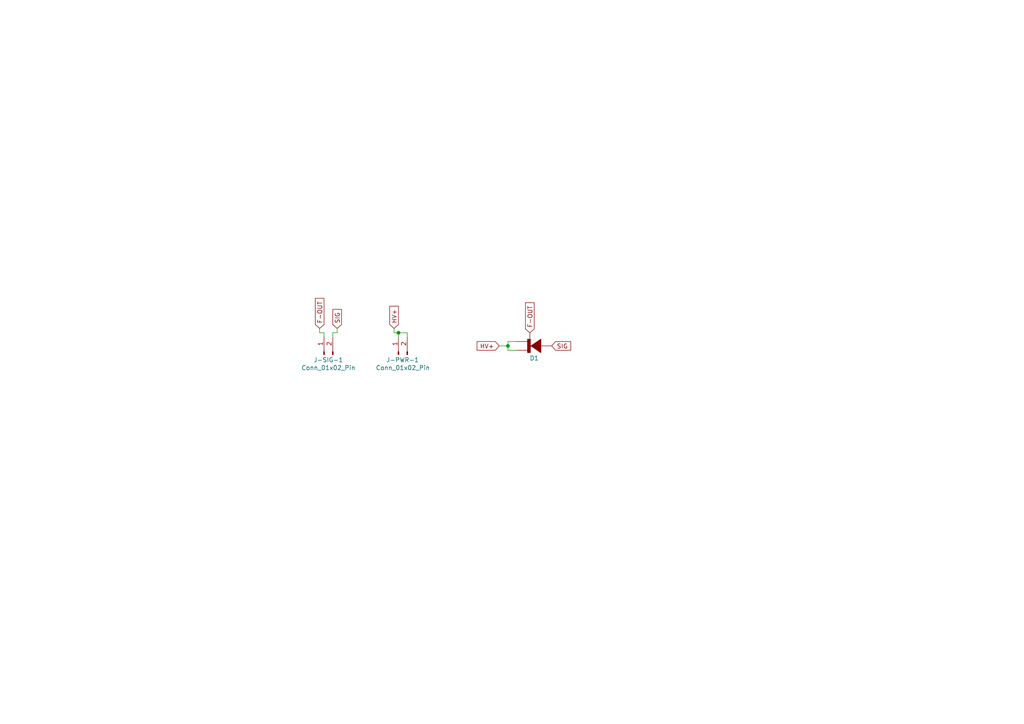
<source format=kicad_sch>
(kicad_sch (version 20231120) (generator "eeschema") (generator_version "8.0")
  (paper "A4")
  (lib_symbols
    (symbol "Connector:Conn_01x02_Pin" (pin_names (offset 1.016) hide)
      (property "Reference" "J" (at 0 2.54 0))
      (property "Value" "Conn_01x02_Pin" (at 0 -5.08 0))
      (symbol "Conn_01x02_Pin_1_1"
        (polyline (pts (xy 1.27 -2.54) (xy 0.8636 -2.54)) (stroke (width 0.1524)))
        (polyline (pts (xy 1.27 0) (xy 0.8636 0)) (stroke (width 0.1524)))
        (rectangle (start 0.8636 -2.413) (end 0 -2.667) (stroke (width 0.1524)) (fill (type outline)))
        (rectangle (start 0.8636 0.127) (end 0 -0.127) (stroke (width 0.1524)) (fill (type outline)))
        (pin passive line (at 5.08 0 180) (length 3.81) (name "Pin_1") (number "1"))
        (pin passive line (at 5.08 -2.54 180) (length 3.81) (name "Pin_2") (number "2"))
      )
    )
    (symbol "PCM_Elektuur:D" (pin_numbers hide) (pin_names (offset 0) hide)
      (property "Reference" "D1" (at -3.81 0 90))
      (property "Value" "${SIM.PARAMS}" (at -3.81 0 90))
      (symbol "D_1_0"
        (pin passive line (at -1.27 -5.08 90) (length 3.175) (name "K-") (number "A1"))
        (pin passive line (at 0 5.08 270) (length 3.175) (name "A+") (number "B1"))
        (pin passive line (at 1.27 -5.08 90) (length 3.175) (name "K-") (number "C3"))
      )
      (symbol "D_1_1"
        (polyline (pts (xy -1.905 -1.905) (xy 1.905 -1.905) (xy 1.905 -1.143) (xy 0 -1.143) (xy 0 -0.889) (xy 1.905 1.905) (xy -1.905 1.905) (xy 0 -0.889) (xy 0 -1.143) (xy -1.905 -1.143) (xy -1.905 -1.905)) (stroke (width 0.254)) (fill (type outline)))
        (pin passive line (at -3.81 -1.27 0) (length 2.54) (name "A2+") (number "B3"))
      )
      (symbol "D_1_2"
        (polyline (pts (xy -0.127 -1.905) (xy 1.905 -1.905) (xy 1.905 -1.143) (xy 0 -1.143) (xy 0 -0.889) (xy 1.905 1.905) (xy -0.0254 1.905) (xy -0.9652 0.5334) (xy 0 -0.889) (xy 0 -1.143) (xy -0.127 -1.143) (xy -0.127 -1.905)) (stroke (width 0.254)) (fill (type outline)))
      )
    )
  )
  (junction (at 115.57 96.52))
  (junction (at 147.32 100.33))
  (wire (pts (xy 93.98 96.52) (xy 93.98 97.79)))
  (wire (pts (xy 92.71 96.52) (xy 93.98 96.52)))
  (wire (pts (xy 114.3 96.52) (xy 115.57 96.52)))
  (wire (pts (xy 97.79 96.52) (xy 96.52 96.52)))
  (wire (pts (xy 147.32 101.6) (xy 149.86 101.6)))
  (wire (pts (xy 147.32 99.06) (xy 147.32 100.33)))
  (wire (pts (xy 115.57 96.52) (xy 118.11 96.52)))
  (wire (pts (xy 147.32 99.06) (xy 149.86 99.06)))
  (wire (pts (xy 97.79 95.25) (xy 97.79 96.52)))
  (wire (pts (xy 96.52 96.52) (xy 96.52 97.79)))
  (wire (pts (xy 115.57 96.52) (xy 115.57 97.79)))
  (wire (pts (xy 118.11 96.52) (xy 118.11 97.79)))
  (wire (pts (xy 144.78 100.33) (xy 147.32 100.33)))
  (wire (pts (xy 92.71 95.25) (xy 92.71 96.52)))
  (wire (pts (xy 147.32 100.33) (xy 147.32 101.6)))
  (wire (pts (xy 114.3 95.25) (xy 114.3 96.52)))
  (global_label "HV+" (shape input) (at 114.3 95.25 90) (property "Intersheetrefs" "${INTERSHEET_REFS}" (effects (hide yes))))
  (global_label "SIG" (shape input) (at 160.02 100.33 0) (property "Intersheetrefs" "${INTERSHEET_REFS}" (effects (hide yes))))
  (global_label "SIG" (shape input) (at 97.79 95.25 90) (property "Intersheetrefs" "${INTERSHEET_REFS}" (effects (hide yes))))
  (global_label "F-OUT" (shape input) (at 153.67 96.52 90) (property "Intersheetrefs" "${INTERSHEET_REFS}" (effects (hide yes))))
  (global_label "HV+" (shape input) (at 144.78 100.33 180) (property "Intersheetrefs" "${INTERSHEET_REFS}" (effects (hide yes))))
  (global_label "F-OUT" (shape input) (at 92.71 95.25 90) (property "Intersheetrefs" "${INTERSHEET_REFS}" (effects (hide yes))))
  (symbol (lib_id "Connector:Conn_01x02_Pin") (at 93.98 102.87 90) (unit 1)
    (property "Reference" "J-SIG-1" (at 90.932 104.394 90) (effects (justify right)))
    (property "Value" "Conn_01x02_Pin" (at 87.376 106.68 90) (effects (justify right)))
    (property "Footprint" "Connector_PinHeader_2.54mm:PinHeader_1x02_P2.54mm_Vertical" (effects (hide yes)))
    (property "Description" "Generic connector, single row, 01x02, script generated" (effects (hide yes)))
  )
  (symbol (lib_id "PCM_Elektuur:D") (at 154.94 100.33 270) (unit 1)
    (property "Reference" "D1" (at 154.94 103.886 90))
    (property "Value" "${SIM.PARAMS}" (at 154.94 96.52 90))
    (property "Footprint" "SiPM-ONS:ONS-MICROFJ-30050" (effects (hide yes)))
    (property "Description" "semiconductor diode" (effects (hide yes)))
    (property "Field-1" "type=\"\" model=\"D\" lib=\"semiconductor.lib\"" (effects (hide yes)))
    (property "Rating" "V/A" (effects (hide yes)))
    (property "Field-1" "2=1 1=2" (effects (hide yes)))
    (property "Field-1" "2=1 1=2" (effects (hide yes)))
    (property "Field-1" "2=1 1=2" (effects (hide yes)))
    (property "Field-1" "2=1 1=2" (effects (hide yes)))
    (property "Field-1" "SPICE" (effects (hide yes)))
    (property "Field-1" "type=\"\" model=\"D\" lib=\"semiconductor.lib\"" (effects (hide yes)))
  )
  (symbol (lib_id "Connector:Conn_01x02_Pin") (at 115.57 102.87 90) (unit 1)
    (property "Reference" "J-PWR-1" (at 112.014 104.394 90) (effects (justify right)))
    (property "Value" "Conn_01x02_Pin" (at 108.966 106.68 90) (effects (justify right)))
    (property "Footprint" "Connector_PinHeader_2.54mm:PinHeader_1x02_P2.54mm_Vertical" (effects (hide yes)))
    (property "Description" "Generic connector, single row, 01x02, script generated" (effects (hide yes)))
  )
)
</source>
